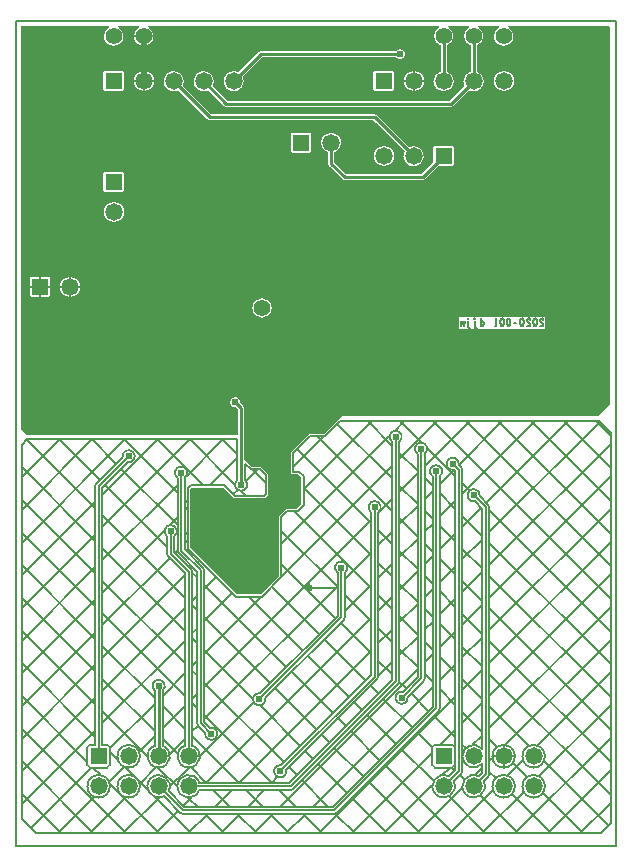
<source format=gbl>
G04 ================== begin FILE IDENTIFICATION RECORD ==================*
G04 Layout Name:  touchcontroller.brd*
G04 Film Name:    BOTTOM*
G04 File Format:  Gerber RS274X*
G04 File Origin:  Cadence Allegro -unreleased*
G04 Origin Date:  Sun Feb 16 15:49:09 2020*
G04 *
G04 Layer:  BOARD GEOMETRY/DESIGN_OUTLINE*
G04 Layer:  BOARD GEOMETRY/CUTOUT*
G04 Layer:  ETCH/BOTTOM*
G04 Layer:  PIN/BOTTOM*
G04 Layer:  VIA CLASS/BOTTOM*
G04 *
G04 Offset:    (0.00 0.00)*
G04 Mirror:    No*
G04 Mode:      Positive*
G04 Rotation:  0*
G04 FullContactRelief:  No*
G04 UndefLineWidth:     7.00*
G04 ================== end FILE IDENTIFICATION RECORD ====================*
%FSLAX25Y25*MOIN*%
%IR0*IPPOS*OFA0.00000B0.00000*MIA0B0*SFA1.00000B1.00000*%
%ADD12C,.024*%
%ADD13C,.055*%
%ADD11C,.058*%
%ADD10R,.058X.058*%
%ADD14C,.01*%
%ADD15C,.02*%
%ADD16C,.005*%
%ADD17C,.007*%
%ADD18C,.06504*%
%ADD20R,.29004X.04336*%
%ADD19C,.06804*%
G75*
%LPD*%
G75*
G36*
G01X754430Y971000D02*
X787500D01*
X788000Y970500D01*
Y845000D01*
X784000Y841000D01*
X698500D01*
X692500Y835000D01*
X687500D01*
X681500Y829000D01*
Y822000D01*
X682000Y821500D01*
X684000D01*
X685000Y820500D01*
Y811500D01*
X683500Y810000D01*
X680000D01*
X677500Y807500D01*
Y787500D01*
X671500Y781500D01*
X663500D01*
X648000Y797000D01*
Y816500D01*
X648500Y817000D01*
X659000D01*
X662500Y813500D01*
X673000D01*
X674000Y814500D01*
Y821500D01*
X671500Y824000D01*
X668500D01*
X666002Y826499D01*
Y843500D01*
G03X665708Y844208I-1002J-1D01*
G01X664684Y845233D01*
X664693Y845327D01*
G03X664702Y845500I-1693J175D01*
G03X663000Y843798I-1702J0D01*
G03X663173Y843807I-2J1702D01*
G01X663267Y843816D01*
X663998Y843085D01*
Y834500D01*
X593500D01*
X591500Y836500D01*
Y971000D01*
X620570D01*
G02X620781Y970261I-1J-400D01*
G03X619248Y967500I1720J-2761D01*
G03X625752I3252J0D01*
G03X624219Y970261I-3253J0D01*
G02X624430Y971000I212J339D01*
G01X630570D01*
G02X630781Y970261I-1J-400D01*
G03X629248Y967500I1720J-2761D01*
G03X635752I3252J0D01*
G03X634219Y970261I-3253J0D01*
G02X634430Y971000I212J339D01*
G01X730570D01*
G02X730781Y970261I-1J-400D01*
G03X729248Y967500I1720J-2761D01*
G03X731498Y964406I3252J0D01*
G01Y955751D01*
G03X729098Y952500I1002J-3251D01*
G03X735902I3402J0D01*
G03X733502Y955751I-3402J0D01*
G01Y964406D01*
G03X735752Y967500I-1002J3094D01*
G03X734219Y970261I-3253J0D01*
G02X734430Y971000I212J339D01*
G01X740570D01*
G02X740781Y970261I-1J-400D01*
G03X739248Y967500I1720J-2761D01*
G03X741498Y964406I3252J0D01*
G01Y955751D01*
G03X739098Y952500I1002J-3251D01*
G03X739493Y950909I3402J0D01*
G01X734585Y946002D01*
X660415D01*
X655507Y950909D01*
G03X655902Y952500I-3007J1591D01*
G03X652500Y949098I-3402J0D01*
G03X653965Y949430I-1J3402D01*
G01X654093Y949491D01*
X659292Y944292D01*
G03X660000Y943998I709J708D01*
G01X735000D01*
G03X735708Y944292I-1J1002D01*
G01X740907Y949491D01*
X741035Y949430D01*
G03X742500Y949098I1466J3070D01*
G03X745902Y952500I0J3402D01*
G03X743502Y955751I-3402J0D01*
G01Y964406D01*
G03X745752Y967500I-1002J3094D01*
G03X744219Y970261I-3253J0D01*
G02X744430Y971000I212J339D01*
G01X750570D01*
G02X750781Y970261I-1J-400D01*
G03X749248Y967500I1720J-2761D01*
G03X755752I3252J0D01*
G03X754219Y970261I-3253J0D01*
G02X754430Y971000I212J339D01*
G37*
%LPC*%
G75*
G36*
G01X619098Y916100D02*
Y921900D01*
G02X619600Y922402I502J0D01*
G01X625400D01*
G02X625902Y921900I0J-502D01*
G01Y916100D01*
G02X625400Y915598I-502J0D01*
G01X619600D01*
G02X619098Y916100I0J502D01*
G37*
G36*
G01Y949600D02*
Y955400D01*
G02X619600Y955902I502J0D01*
G01X625400D01*
G02X625902Y955400I0J-502D01*
G01Y949600D01*
G02X625400Y949098I-502J0D01*
G01X619600D01*
G02X619098Y949600I0J502D01*
G37*
G36*
G01X681598Y929100D02*
Y934900D01*
G02X682100Y935402I502J0D01*
G01X687900D01*
G02X688402Y934900I0J-502D01*
G01Y929100D01*
G02X687900Y928598I-502J0D01*
G01X682100D01*
G02X681598Y929100I0J502D01*
G37*
G36*
G01X594598Y881100D02*
Y886900D01*
G02X595100Y887402I502J0D01*
G01X600900D01*
G02X601402Y886900I0J-502D01*
G01Y881100D01*
G02X600900Y880598I-502J0D01*
G01X595100D01*
G02X594598Y881100I0J502D01*
G37*
G36*
G01X709098Y949600D02*
Y955400D01*
G02X709600Y955902I502J0D01*
G01X715400D01*
G02X715902Y955400I0J-502D01*
G01Y949600D01*
G02X715400Y949098I-502J0D01*
G01X709600D01*
G02X709098Y949600I0J502D01*
G37*
G36*
G01X693998Y925000D02*
Y928749D01*
G02X691598Y932000I1002J3251D01*
G02X698402I3402J0D01*
G02X696002Y928749I-3402J0D01*
G01Y925415D01*
X699915Y921502D01*
X725085D01*
X729098Y925515D01*
Y930400D01*
G02X729600Y930902I502J0D01*
G01X735400D01*
G02X735902Y930400I0J-502D01*
G01Y924600D01*
G02X735400Y924098I-502J0D01*
G01X730515D01*
X726208Y919792D01*
G02X725500Y919498I-709J708D01*
G01X699500D01*
G02X698792Y919792I1J1002D01*
G01X694292Y924292D01*
G02X693998Y925000I708J709D01*
G37*
G36*
G01X653792Y939792D02*
X644093Y949491D01*
X643965Y949430D01*
G02X642500Y949098I-1466J3070D01*
G02X645902Y952500I0J3402D01*
G02X645507Y950909I-3402J0D01*
G01X654915Y941502D01*
X709500D01*
G02X710208Y941208I-1J-1002D01*
G01X720907Y930509D01*
X721035Y930570D01*
G02X722500Y930902I1466J-3070D01*
G02X719098Y927500I0J-3402D01*
G02X719493Y929091I3402J0D01*
G01X709085Y939498D01*
X654500D01*
G02X653792Y939792I1J1002D01*
G37*
G36*
G01X670792Y962208D02*
G02X671500Y962502I709J-708D01*
G01X716624D01*
G02X718000Y963202I1376J-1002D01*
G02Y959798I0J-1702D01*
G02X716624Y960498I0J1702D01*
G01X671915D01*
X665507Y954091D01*
G02X665902Y952500I-3007J-1591D01*
G02X662500Y955902I-3402J0D01*
G02X663965Y955570I-1J-3402D01*
G01X664093Y955509D01*
X670792Y962208D01*
G37*
G54D18*
X672000Y877000D03*
G54D20*
X752000Y871834D03*
G54D19*
X712500Y927500D03*
X752500Y952500D03*
X722500D03*
X608000Y884000D03*
X632500Y952500D03*
X622500Y909000D03*
%LPD*%
G75*
G54D10*
X598000Y884000D03*
X617500Y727500D03*
X622500Y919000D03*
Y952500D03*
X685000Y932000D03*
X712500Y952500D03*
X732500Y727500D03*
Y927500D03*
G54D11*
X617500Y717500D03*
X627500D03*
Y727500D03*
X608000Y884000D03*
X622500Y909000D03*
X632500Y952500D03*
X637500Y717500D03*
X647500D03*
X637500Y727500D03*
X647500D03*
X642500Y952500D03*
X652500D03*
X662500D03*
X695000Y932000D03*
X722500Y927500D03*
X712500D03*
X722500Y952500D03*
X732500Y717500D03*
X742500D03*
X752500D03*
X742500Y727500D03*
X752500D03*
X732500Y952500D03*
X742500D03*
X752500D03*
X762500Y717500D03*
Y727500D03*
G54D12*
X627500Y827500D03*
X637500Y751000D03*
X655000Y735000D03*
X655500Y804000D03*
X641500Y802500D03*
X645000Y822000D03*
X657500Y851500D03*
X671000Y746500D03*
X678000Y722500D03*
X670000Y789000D03*
X687475Y783475D03*
X676500Y818000D03*
X682000D03*
X676500Y812500D03*
X682000D03*
X665000Y818000D03*
X663000Y845500D03*
X718500Y747000D03*
X698400Y790400D03*
X709500Y810500D03*
X716500Y834000D03*
X718000Y961500D03*
X725000Y830000D03*
X730000Y822500D03*
X735500Y825000D03*
X742500Y814500D03*
G54D13*
X622500Y967500D03*
X632500D03*
X672000Y877000D03*
X742500Y967500D03*
X752500D03*
X732500D03*
G54D14*
G01X637500Y727500D02*
Y751000D01*
G01X722500Y927500D02*
X709500Y940500D01*
X654500D01*
X642500Y952500D01*
G01X742500D02*
X735000Y945000D01*
X660000D01*
X652500Y952500D01*
G01X665000Y818000D02*
Y843500D01*
X663000Y845500D01*
G01X718000Y961500D02*
X671500D01*
X662500Y952500D01*
G01X695000Y932000D02*
Y925000D01*
X699500Y920500D01*
X725500D01*
X732500Y927500D01*
G01Y952500D02*
Y967500D01*
G01X742500Y952500D02*
Y967500D01*
G54D15*
G01X632500Y952500D02*
Y967500D01*
G54D16*
G01X598000Y880398D02*
Y884000D01*
G01D02*
Y887602D01*
G01X594398Y884000D02*
X598000D01*
G01D02*
X601602D01*
G01X608000Y880398D02*
Y884000D01*
G01D02*
Y887602D01*
G01X604398Y884000D02*
X608000D01*
G01D02*
X611602D01*
G01X628898Y952500D02*
X632500D01*
G01X629048Y967500D02*
X632500D01*
G01Y948898D02*
Y952500D01*
G01D02*
X636102D01*
G01X632500Y967500D02*
X635952D01*
G01X687475Y782600D02*
Y783475D01*
G01D02*
Y785480D01*
G01X686600Y783475D02*
X687475D01*
G01D02*
X696359D01*
G01X718898Y952500D02*
X722500D01*
G01X748748Y727500D02*
X752500D01*
G01X722500Y948898D02*
Y952500D01*
G01D02*
Y956102D01*
G01Y952500D02*
X726102D01*
G01X752500Y723748D02*
Y727500D01*
G01D02*
Y731252D01*
G01Y727500D02*
X756252D01*
G54D17*
G01X590000Y697500D02*
Y972500D01*
X790000D01*
Y697500D01*
X590000D01*
G01X765707Y873083D02*
X765547Y873333D01*
X765360Y873458D01*
X765147Y873500D01*
X764880Y873417D01*
X764693Y873208D01*
X764640Y872958D01*
X764667Y872708D01*
X764773Y872500D01*
X765307Y872083D01*
X765547Y871792D01*
X765707Y871375D01*
X765760Y871000D01*
X764640D01*
G01X763000Y873500D02*
X763213Y873417D01*
X763373Y873208D01*
X763480Y872958D01*
X763560Y872625D01*
X763587Y872250D01*
X763560Y871875D01*
X763480Y871542D01*
X763373Y871292D01*
X763213Y871083D01*
X763000Y871000D01*
X762787Y871083D01*
X762627Y871292D01*
X762520Y871542D01*
X762440Y871875D01*
X762413Y872250D01*
X762440Y872625D01*
X762520Y872958D01*
X762627Y873208D01*
X762787Y873417D01*
X763000Y873500D01*
G01X761307Y873083D02*
X761147Y873333D01*
X760960Y873458D01*
X760747Y873500D01*
X760480Y873417D01*
X760293Y873208D01*
X760240Y872958D01*
X760267Y872708D01*
X760373Y872500D01*
X760907Y872083D01*
X761147Y871792D01*
X761307Y871375D01*
X761360Y871000D01*
X760240D01*
G01X758600Y873500D02*
X758813Y873417D01*
X758973Y873208D01*
X759080Y872958D01*
X759160Y872625D01*
X759187Y872250D01*
X759160Y871875D01*
X759080Y871542D01*
X758973Y871292D01*
X758813Y871083D01*
X758600Y871000D01*
X758387Y871083D01*
X758227Y871292D01*
X758120Y871542D01*
X758040Y871875D01*
X758013Y872250D01*
X758040Y872625D01*
X758120Y872958D01*
X758227Y873208D01*
X758387Y873417D01*
X758600Y873500D01*
G01X756747Y871833D02*
X756053D01*
G01X754200Y873500D02*
X754413Y873417D01*
X754573Y873208D01*
X754680Y872958D01*
X754760Y872625D01*
X754787Y872250D01*
X754760Y871875D01*
X754680Y871542D01*
X754573Y871292D01*
X754413Y871083D01*
X754200Y871000D01*
X753987Y871083D01*
X753827Y871292D01*
X753720Y871542D01*
X753640Y871875D01*
X753613Y872250D01*
X753640Y872625D01*
X753720Y872958D01*
X753827Y873208D01*
X753987Y873417D01*
X754200Y873500D01*
G01X752000D02*
X752213Y873417D01*
X752373Y873208D01*
X752480Y872958D01*
X752560Y872625D01*
X752587Y872250D01*
X752560Y871875D01*
X752480Y871542D01*
X752373Y871292D01*
X752213Y871083D01*
X752000Y871000D01*
X751787Y871083D01*
X751627Y871292D01*
X751520Y871542D01*
X751440Y871875D01*
X751413Y872250D01*
X751440Y872625D01*
X751520Y872958D01*
X751627Y873208D01*
X751787Y873417D01*
X752000Y873500D01*
G01X749800Y871000D02*
Y873500D01*
X750120Y873000D01*
G01Y871000D02*
X749480D01*
G01X744920Y873500D02*
Y871000D01*
G01Y871375D02*
X745027Y871167D01*
X745187Y871042D01*
X745373Y871000D01*
X745587Y871083D01*
X745747Y871292D01*
X745853Y871542D01*
X745880Y871833D01*
X745853Y872125D01*
X745747Y872375D01*
X745587Y872583D01*
X745373Y872667D01*
X745187Y872625D01*
X745053Y872542D01*
X744920Y872375D01*
G01X743627Y870375D02*
X743440Y870208D01*
X743280Y870167D01*
X743067Y870250D01*
X742907Y870458D01*
X742827Y870833D01*
Y872667D01*
G01Y873333D02*
X742880Y873375D01*
Y873458D01*
X742827Y873500D01*
X742773Y873458D01*
Y873375D01*
X742827Y873333D01*
G01X741427Y870375D02*
X741240Y870208D01*
X741080Y870167D01*
X740867Y870250D01*
X740707Y870458D01*
X740627Y870833D01*
Y872667D01*
G01Y873333D02*
X740680Y873375D01*
Y873458D01*
X740627Y873500D01*
X740573Y873458D01*
Y873375D01*
X740627Y873333D01*
G01X739467Y872667D02*
X739147Y871000D01*
X738800Y872667D01*
X738453Y871000D01*
X738133Y872667D01*
G01X697854Y839150D02*
X784355D01*
X788150Y835355D01*
Y705145D01*
X784855Y701850D01*
X596645D01*
X591850Y706645D01*
Y831355D01*
X593645Y833150D01*
X663648D01*
Y819544D01*
G03X666352I1352J-1544D01*
G01Y824944D01*
X668147Y823148D01*
X671147D01*
X673148Y821147D01*
Y814853D01*
X672647Y814352D01*
X662853D01*
X659353Y817852D01*
X648147D01*
X647148Y816853D01*
Y796647D01*
X663147Y780648D01*
X671853D01*
X678352Y787147D01*
Y807147D01*
X680353Y809148D01*
X683853D01*
X685852Y811147D01*
Y820853D01*
X684353Y822352D01*
X682353D01*
X682352Y822353D01*
Y828647D01*
X687853Y834148D01*
X692853D01*
X697854Y839150D01*
G01X636148Y749456D02*
G02X638852I1352J1544D01*
G01Y731000D01*
G02X636148I-1352J-3500D01*
G01Y749456D01*
G01X697198Y788737D02*
G02X699602I1202J1663D01*
G01Y773900D01*
G02X699250Y773050I-1202J0D01*
G01X673026Y746827D01*
G02X671327Y748526I-2026J-327D01*
G01X697198Y774398D01*
Y788737D01*
G01X708298Y808837D02*
G02X710702I1202J1663D01*
G01Y754000D01*
G02X710350Y753150I-1202J0D01*
G01X680026Y722827D01*
G02X678327Y724526I-2026J-327D01*
G01X708298Y754498D01*
Y808837D01*
G01X728798Y820837D02*
G02X731202I1202J1663D01*
G01Y743500D01*
G02X730850Y742650I-1202J0D01*
G01X696850Y708650D01*
G02X696000Y708298I-850J850D01*
G01X645500D01*
G02X644650Y708650I0J1202D01*
G01X639164Y714137D01*
G02X640863Y715836I-1664J3363D01*
G01X645998Y710702D01*
X695502D01*
X728798Y743998D01*
Y820837D01*
G01X625474Y827173D02*
G02X627173Y825474I2026J327D01*
G01X618702Y817002D01*
Y731252D01*
X620400D01*
G02X621252Y730400I0J-852D01*
G01Y724600D01*
G02X620400Y723748I-852J0D01*
G01X614600D01*
G02X613748Y724600I0J852D01*
G01Y730400D01*
G02X614600Y731252I852J0D01*
G01X616298D01*
Y817500D01*
G02X616650Y818350I1202J0D01*
G01X625474Y827173D01*
G01X723798Y828337D02*
G02X726202I1202J1663D01*
G01Y753500D01*
G02X725850Y752650I-1202J0D01*
G01X720526Y747327D01*
G02X718827Y749026I-2026J-327D01*
G01X723798Y753998D01*
Y828337D01*
G01X715298Y832337D02*
G02X717702I1202J1663D01*
G01Y752500D01*
G02X717350Y751650I-1202J0D01*
G01X682350Y716650D01*
G02X681500Y716298I-850J850D01*
G01X651054D01*
G02Y718702I-3554J1202D01*
G01X681002D01*
X715298Y752998D01*
Y832337D01*
G01X766252Y717500D02*
G02I-3752J0D01*
G01Y727500D02*
G02I-3752J0D01*
G01X756252Y717500D02*
G02I-3752J0D01*
G01Y727500D02*
G02I-3752J0D01*
G01X631252Y717500D02*
G02I-3752J0D01*
G01Y727500D02*
G02I-3752J0D01*
G01X621252Y717500D02*
G02I-3752J0D01*
G01X729600Y731252D02*
X735400D01*
G02X736252Y730400I0J-852D01*
G01Y724600D01*
G02X735400Y723748I-852J0D01*
G01X729600D01*
G02X728748Y724600I0J852D01*
G01Y730400D01*
G02X729600Y731252I852J0D01*
G01X640298Y800837D02*
G02X642702I1202J1663D01*
G01Y795498D01*
X648350Y789850D01*
G02X648702Y789000I-850J-850D01*
G01Y731054D01*
G02X646298I-1202J-3554D01*
G01Y788502D01*
X640650Y794150D01*
G02X640298Y795000I850J850D01*
G01Y800837D01*
G01X742827Y812474D02*
G02X744526Y814173I-327J2026D01*
G01X747350Y811350D01*
G02X747702Y810500I-850J-850D01*
G01Y721500D01*
G02X747350Y720650I-1202J0D01*
G01X745863Y719164D01*
G02X744164Y720863I-3363J-1664D01*
G01X745298Y721998D01*
Y725001D01*
G02Y729999I-2798J2499D01*
G01Y810002D01*
X742827Y812474D01*
G01X643798Y820337D02*
G02X646202I1202J1663D01*
G01Y796498D01*
X652350Y790350D01*
G02X652702Y789500I-850J-850D01*
G01Y738998D01*
X654673Y737026D01*
G02X652974Y735327I327J-2026D01*
G01X650650Y737650D01*
G02X650298Y738500I850J850D01*
G01Y789002D01*
X644150Y795150D01*
G02X643798Y796000I850J850D01*
G01Y820337D01*
G01X735827Y822974D02*
G02X737526Y824673I-327J2026D01*
G01X738350Y823850D01*
G02X738702Y823000I-850J-850D01*
G01Y722500D01*
G02X738350Y721650I-1202J0D01*
G01X735863Y719164D01*
G02X734164Y720863I-3363J-1664D01*
G01X736298Y722998D01*
Y822502D01*
X735827Y822974D01*
G01X591851Y820529D02*
X604472Y833150D01*
G01X591850Y809639D02*
X615361Y833150D01*
G01X591851Y798750D02*
X626251Y833150D01*
G01X618702Y814712D02*
X637140Y833150D01*
G01X591850Y787860D02*
X616298Y812308D01*
G01X618702Y803823D02*
X648029Y833150D01*
G01X591850Y776971D02*
X616298Y801419D01*
G01X646819Y821050D02*
X658919Y833150D01*
G01X618703Y792934D02*
X643798Y818029D01*
G01X591851Y766082D02*
X616298Y790529D01*
G01X654511Y817853D02*
X663648Y826990D01*
G01X646202Y809544D02*
X647148Y810490D01*
G01X641186Y804528D02*
X643798Y807140D01*
G01X618702Y782044D02*
X639472Y802814D01*
G01X591850Y755192D02*
X616298Y779640D01*
G01X666699Y819152D02*
X670695Y823148D01*
G01X662377Y814829D02*
X663848Y816301D01*
G01X646203Y798655D02*
X647148Y799600D01*
G01X642874Y795326D02*
X643798Y796250D01*
G01X618703Y771155D02*
X641174Y793626D01*
G01X591851Y744303D02*
X616298Y768750D01*
G01X682352Y823915D02*
X692585Y834148D01*
G01X650569Y792132D02*
X651116Y792679D01*
G01X648319Y789882D02*
X648868Y790431D01*
G01X618702Y760265D02*
X646298Y787861D01*
G01X591850Y733413D02*
X616298Y757861D01*
G01X685853Y816526D02*
X708477Y839150D01*
G01X652703Y783376D02*
X656561Y787234D01*
G01X648703Y779376D02*
X650298Y780971D01*
G01X618703Y749376D02*
X646298Y776971D01*
G01X591851Y722524D02*
X616298Y746971D01*
G01X716254Y836038D02*
X719366Y839150D01*
G01X678352Y798136D02*
X714462Y834246D01*
G01X652702Y772486D02*
X662005Y781789D01*
G01X648702Y768486D02*
X650298Y770082D01*
G01X618702Y738486D02*
X646298Y766082D01*
G01X591850Y711634D02*
X616298Y736082D01*
G01X717703Y826597D02*
X730256Y839150D01*
G01X678353Y787247D02*
X715298Y824192D01*
G01X652703Y761597D02*
X671754Y780648D01*
G01X648703Y757597D02*
X650298Y759192D01*
G01X638853Y747747D02*
X646298Y755192D01*
G01X621253Y730147D02*
X636148Y745042D01*
G01X594801Y703695D02*
X614854Y723748D01*
G01X726202Y824207D02*
X741145Y839150D01*
G01X717702Y815707D02*
X723798Y821803D01*
G01X710702Y808707D02*
X715298Y813303D01*
G01X652702Y750707D02*
X708298Y806303D01*
G01X648702Y746707D02*
X650298Y748303D01*
G01X638852Y736857D02*
X646298Y744303D01*
G01X630956Y728961D02*
X636148Y734153D01*
G01X620956Y718961D02*
X626039Y724044D01*
G01X603846Y701851D02*
X616039Y714044D01*
G01X737542Y824658D02*
X752034Y839150D01*
G01X731202Y818318D02*
X735842Y822958D01*
G01X726202Y813318D02*
X728798Y815914D01*
G01X717702Y804818D02*
X723798Y810914D01*
G01X710702Y797818D02*
X715298Y802414D01*
G01X699602Y786718D02*
X708298Y795414D01*
G01X652702Y739818D02*
X697198Y784314D01*
G01X648702Y735818D02*
X650594Y737709D01*
G01X641170Y728285D02*
X646298Y733413D01*
G01X631169Y718285D02*
X636715Y723830D01*
G01X614735Y701851D02*
X626715Y713831D01*
G01X738703Y814929D02*
X762924Y839150D01*
G01X731203Y807429D02*
X736298Y812524D01*
G01X726203Y802429D02*
X728798Y805024D01*
G01X717703Y793929D02*
X723798Y800024D01*
G01X710703Y786929D02*
X715298Y791524D01*
G01X699603Y775829D02*
X708298Y784524D01*
G01X651252Y727478D02*
X669231Y745458D01*
G01X641253Y717479D02*
X647522Y723748D01*
G01X625624Y701850D02*
X637521Y713747D01*
G01X746682Y812019D02*
X773813Y839150D01*
G01X738702Y804039D02*
X744981Y810318D01*
G01X731202Y796539D02*
X736298Y801635D01*
G01X726202Y791539D02*
X728798Y794135D01*
G01X717702Y783039D02*
X723798Y789135D01*
G01X710702Y776039D02*
X715298Y780635D01*
G01X653366Y718703D02*
X708298Y773635D01*
G01X645682Y711019D02*
X648567Y713903D01*
G01X636514Y701851D02*
X643981Y709318D01*
G01X747703Y802150D02*
X784529Y838976D01*
G01X738703Y793150D02*
X745298Y799745D01*
G01X731203Y785650D02*
X736298Y790745D01*
G01X726203Y780650D02*
X728798Y783245D01*
G01X717703Y772150D02*
X723798Y778245D01*
G01X710703Y765150D02*
X715298Y769745D01*
G01X664255Y718702D02*
X708298Y762745D01*
G01X656255Y710702D02*
X661851Y716298D01*
G01X647403Y701850D02*
X653851Y708298D01*
G01X747702Y791260D02*
X788150Y831708D01*
G01X738702Y782260D02*
X745298Y788856D01*
G01X731202Y774760D02*
X736298Y779856D01*
G01X726202Y769760D02*
X728798Y772356D01*
G01X717702Y761260D02*
X723798Y767356D01*
G01X710702Y754260D02*
X715298Y758856D01*
G01X675145Y718703D02*
X677098Y720656D01*
G01X667145Y710703D02*
X672740Y716298D01*
G01X658293Y701851D02*
X664740Y708298D01*
G01X747703Y780371D02*
X788150Y820818D01*
G01X738703Y771371D02*
X745298Y777966D01*
G01X731203Y763871D02*
X736298Y768966D01*
G01X726203Y758871D02*
X728798Y761466D01*
G01X678034Y710702D02*
X723798Y756466D01*
G01X669182Y701850D02*
X675630Y708298D01*
G01X747702Y769481D02*
X788150Y809929D01*
G01X738702Y760481D02*
X745298Y767077D01*
G01X731202Y752981D02*
X736298Y758077D01*
G01X688924Y710703D02*
X728798Y750577D01*
G01X680072Y701851D02*
X686519Y708298D01*
G01X747703Y758592D02*
X788150Y799039D01*
G01X738703Y749592D02*
X745298Y756187D01*
G01X690961Y701850D02*
X736298Y747187D01*
G01X747702Y747702D02*
X788150Y788150D01*
G01X738702Y738702D02*
X745298Y745298D01*
G01X731252Y731252D02*
X736298Y736298D01*
G01X701850Y701850D02*
X728748Y728748D01*
G01X747702Y736813D02*
X788150Y777261D01*
G01X742122Y731233D02*
X745298Y734409D01*
G01X738702Y727813D02*
X738767Y727878D01*
G01X736252Y725363D02*
X736298Y725409D01*
G01X732123Y721234D02*
X734637Y723748D01*
G01X712740Y701851D02*
X728766Y717877D01*
G01X752998Y731219D02*
X788150Y766371D01*
G01X747703Y725924D02*
X748781Y727002D01*
G01X742998Y721219D02*
X745298Y723519D01*
G01X723629Y701850D02*
X738781Y717002D01*
G01X763718Y731050D02*
X788150Y755482D01*
G01X753718Y721050D02*
X758950Y726282D01*
G01X734519Y701851D02*
X748950Y716282D01*
G01X764333Y720775D02*
X788150Y744592D01*
G01X745408Y701850D02*
X759225Y715667D01*
G01X756298Y701851D02*
X788150Y733703D01*
G01X767187Y701850D02*
X788150Y722813D01*
G01X778077Y701851D02*
X788150Y711924D01*
G01X604883Y701850D02*
X591850Y714883D01*
G01X615772Y701851D02*
X591851Y725772D01*
G01X626662Y701850D02*
X591850Y736662D01*
G01X613748Y725654D02*
X591851Y747551D01*
G01X618219Y721183D02*
X615654Y723748D01*
G01X637551Y701851D02*
X621183Y718219D01*
G01X616298Y733993D02*
X591850Y758441D01*
G01X619039Y731252D02*
X618702Y731589D01*
G01X623922Y726369D02*
X621252Y729039D01*
G01X629946Y720346D02*
X626369Y723922D01*
G01X633922Y716369D02*
X630345Y719947D01*
G01X648441Y701850D02*
X636369Y713922D01*
G01X616298Y744883D02*
X591851Y769330D01*
G01X633748Y727432D02*
X618702Y742478D01*
G01X643748Y717432D02*
X637432Y723748D01*
G01X650478Y710703D02*
X647432Y713748D01*
G01X659330Y701851D02*
X652883Y708298D01*
G01X616298Y755772D02*
X591851Y780219D01*
G01X636148Y735922D02*
X618703Y753367D01*
G01X643823Y728247D02*
X638853Y733217D01*
G01X653367Y718703D02*
X648247Y723823D01*
G01X661367Y710703D02*
X655772Y716298D01*
G01X670219Y701851D02*
X663772Y708298D01*
G01X616298Y766661D02*
X591850Y791109D01*
G01X636148Y746811D02*
X618702Y764257D01*
G01X646298Y736661D02*
X638852Y744107D01*
G01X664257Y718702D02*
X648702Y734257D01*
G01X672257Y710702D02*
X666661Y716298D01*
G01X681109Y701850D02*
X674661Y708298D01*
G01X616298Y777551D02*
X591851Y801998D01*
G01X646298Y747551D02*
X618703Y775146D01*
G01X650298Y743551D02*
X648703Y745146D01*
G01X675146Y718703D02*
X652703Y741146D01*
G01X683146Y710703D02*
X677551Y716298D01*
G01X691998Y701851D02*
X685551Y708298D01*
G01X616298Y788440D02*
X591850Y812888D01*
G01X646298Y758440D02*
X618702Y786036D01*
G01X650298Y754440D02*
X648702Y756036D01*
G01X679269Y725469D02*
X652702Y752036D01*
G01X683519Y721219D02*
X680969Y723769D01*
G01X694036Y710702D02*
X685219Y719519D01*
G01X702888Y701850D02*
X696379Y708359D01*
G01X616298Y799330D02*
X591851Y823777D01*
G01X646298Y769330D02*
X618703Y796925D01*
G01X650298Y765330D02*
X648703Y766925D01*
G01X668955Y746673D02*
X652703Y762925D01*
G01X684714Y730914D02*
X671173Y744455D01*
G01X688964Y726664D02*
X686414Y729214D01*
G01X700214Y715414D02*
X690664Y724964D01*
G01X713777Y701851D02*
X701914Y713714D01*
G01X616298Y810219D02*
X593506Y833011D01*
G01X646298Y780219D02*
X618702Y807815D01*
G01X650298Y776219D02*
X648702Y777815D01*
G01X674659Y751859D02*
X652703Y773815D01*
G01X690158Y736359D02*
X676359Y750159D01*
G01X694408Y732109D02*
X691859Y734658D01*
G01X705658Y720859D02*
X696109Y730408D01*
G01X724667Y701850D02*
X707359Y719158D01*
G01X617853Y819554D02*
X604257Y833150D01*
G01X640298Y797109D02*
X619554Y817853D01*
G01X650298Y787109D02*
X648703Y788704D01*
G01X680103Y757304D02*
X652703Y784704D01*
G01X695603Y741804D02*
X681803Y755603D01*
G01X699853Y737554D02*
X697304Y740103D01*
G01X711103Y726304D02*
X701554Y735853D01*
G01X735556Y701851D02*
X712804Y724603D01*
G01X623298Y824998D02*
X615146Y833150D01*
G01X643798Y804498D02*
X624998Y823298D01*
G01X647148Y801148D02*
X646202Y802094D01*
G01X685548Y762748D02*
X667648Y780648D01*
G01X701048Y747248D02*
X687248Y761048D01*
G01X705298Y742998D02*
X702748Y745548D01*
G01X716548Y731748D02*
X706998Y741298D01*
G01X729135Y719161D02*
X718248Y730048D01*
G01X746446Y701850D02*
X734161Y714135D01*
G01X643798Y815388D02*
X626036Y833150D01*
G01X647148Y812038D02*
X646203Y812983D01*
G01X690993Y768193D02*
X675196Y783990D01*
G01X706493Y752693D02*
X692693Y766493D01*
G01X710743Y748443D02*
X708193Y750993D01*
G01X721993Y737193D02*
X712443Y746743D01*
G01X728748Y730437D02*
X723693Y735492D01*
G01X736243Y722943D02*
X735437Y723748D01*
G01X739471Y719715D02*
X737943Y721243D01*
G01X757335Y701851D02*
X744715Y714471D01*
G01X652222Y817853D02*
X636925Y833150D01*
G01X696437Y773638D02*
X678353Y791722D01*
G01X708298Y761777D02*
X698138Y771937D01*
G01X715298Y754777D02*
X710703Y759372D01*
G01X719937Y750138D02*
X717696Y752379D01*
G01X727437Y742638D02*
X721638Y748437D01*
G01X736298Y733777D02*
X729138Y740937D01*
G01X739885Y730190D02*
X738703Y731372D01*
G01X745298Y724777D02*
X745190Y724885D01*
G01X749884Y720191D02*
X747703Y722372D01*
G01X768224Y701851D02*
X755191Y714884D01*
G01X662947Y818017D02*
X647814Y833150D01*
G01X666612Y814352D02*
X665017Y815947D01*
G01X697198Y783766D02*
X678352Y802612D01*
G01X708298Y772666D02*
X699602Y781362D01*
G01X715298Y765666D02*
X710702Y770262D01*
G01X723798Y757166D02*
X717702Y763262D01*
G01X728798Y752166D02*
X726202Y754762D01*
G01X736298Y744666D02*
X731202Y749762D01*
G01X745298Y735666D02*
X738702Y742262D01*
G01X750373Y730591D02*
X747702Y733262D01*
G01X760373Y720591D02*
X755591Y725373D01*
G01X779114Y701850D02*
X765591Y715373D01*
G01X663648Y828206D02*
X658704Y833150D01*
G01X673148Y818706D02*
X668706Y823148D01*
G01X708298Y783556D02*
X682706Y809148D01*
G01X715298Y776556D02*
X710703Y781151D01*
G01X723798Y768056D02*
X717703Y774151D01*
G01X728798Y763056D02*
X726203Y765651D01*
G01X736298Y755556D02*
X731203Y760651D01*
G01X745298Y746556D02*
X738703Y753151D01*
G01X760941Y730913D02*
X747703Y744151D01*
G01X787429Y704425D02*
X765913Y725941D01*
G01X708298Y794445D02*
X685852Y816891D01*
G01X715298Y787445D02*
X710702Y792041D01*
G01X723798Y778945D02*
X717702Y785041D01*
G01X728798Y773945D02*
X726202Y776541D01*
G01X736298Y766445D02*
X731202Y771541D01*
G01X745298Y757445D02*
X738702Y764041D01*
G01X788150Y714593D02*
X747702Y755041D01*
G01X708298Y805335D02*
X683669Y829964D01*
G01X715298Y798335D02*
X710703Y802930D01*
G01X723798Y789835D02*
X717703Y795930D01*
G01X728798Y784835D02*
X726203Y787430D01*
G01X736298Y777335D02*
X731203Y782430D01*
G01X745298Y768335D02*
X738703Y774930D01*
G01X788150Y725483D02*
X747703Y765930D01*
G01X715298Y809224D02*
X690374Y834148D01*
G01X723798Y800724D02*
X717702Y806820D01*
G01X728798Y795724D02*
X726202Y798320D01*
G01X736298Y788224D02*
X731202Y793320D01*
G01X745298Y779224D02*
X738702Y785820D01*
G01X788150Y736372D02*
X747702Y776820D01*
G01X715298Y820114D02*
X697058Y838353D01*
G01X723798Y811614D02*
X717703Y817709D01*
G01X728798Y806614D02*
X726203Y809209D01*
G01X736298Y799114D02*
X731203Y804209D01*
G01X745298Y790114D02*
X738703Y796709D01*
G01X788150Y747262D02*
X747703Y787709D01*
G01X715298Y831003D02*
X707151Y839150D01*
G01X723798Y822503D02*
X717702Y828599D01*
G01X728798Y817503D02*
X726202Y820099D01*
G01X736298Y810003D02*
X731202Y815099D01*
G01X745298Y801003D02*
X738702Y807599D01*
G01X788150Y758151D02*
X747702Y798599D01*
G01X725144Y832047D02*
X718041Y839150D01*
G01X736298Y820893D02*
X727047Y830144D01*
G01X741147Y816044D02*
X738703Y818488D01*
G01X788150Y769041D02*
X747703Y809488D01*
G01X788150Y779930D02*
X728930Y839150D01*
G01X788149Y790820D02*
X739819Y839150D01*
G01X788150Y801709D02*
X750709Y839150D01*
G01X788150Y812598D02*
X761598Y839150D01*
G01X788150Y823488D02*
X772488Y839150D01*
G01X788149Y834378D02*
X783377Y839150D01*
G01X617500Y727500D02*
Y817500D01*
X627500Y827500D01*
G01X730000Y822500D02*
Y743500D01*
X696000Y709500D01*
X645500D01*
X637500Y717500D01*
G01X716500Y834000D02*
Y752500D01*
X681500Y717500D01*
X647500D01*
G01Y727500D02*
Y789000D01*
X641500Y795000D01*
Y802500D01*
G01X655000Y735000D02*
X651500Y738500D01*
Y789500D01*
X645000Y796000D01*
Y822000D01*
G01X671000Y746500D02*
X698400Y773900D01*
Y790400D01*
G01X709500Y810500D02*
Y754000D01*
X678000Y722500D01*
G01X725000Y830000D02*
Y753500D01*
X718500Y747000D01*
G01X735500Y825000D02*
X737500Y823000D01*
Y722500D01*
X732500Y717500D01*
G01X742500Y814500D02*
X746500Y810500D01*
Y721500D01*
X742500Y717500D01*
M02*

</source>
